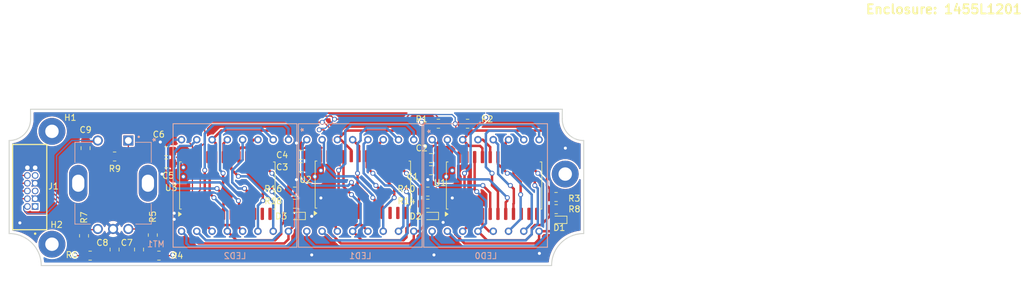
<source format=kicad_pcb>
(kicad_pcb (version 20240108) (generator "pcbnew") (generator_version "8.0")
  (layers (0 "F.Cu" signal) (1 "In1.Cu" signal) (2 "In2.Cu" signal) (31 "B.Cu" signal) (34 "B.Paste" user) (35 "F.Paste" user) (36 "B.SilkS" user "B.Silkscreen") (37 "F.SilkS" user "F.Silkscreen") (38 "B.Mask" user) (39 "F.Mask" user) (44 "Edge.Cuts" user))
  (net 0 "")
  (net 1 "+5VP")
  (net 2 "GND")
  (net 3 "Net-(D1-K)")
  (net 4 "LED0_AD")
  (net 5 "LED1_AD")
  (net 6 "ENC_A")
  (net 7 "Net-(LED1-ANODE_5)")
  (net 8 "ENC_B")
  (net 9 "Net-(MT1-PadA)")
  (net 10 "Net-(LED1-CATHODE_8)")
  (net 11 "Net-(D2-K)")
  (net 12 "Net-(LED1-ANODE_6)")
  (net 13 "Net-(LED1-ANODE_4)")
  (net 14 "Net-(LED1-CATHODE_3)")
  (net 15 "Net-(LED1-CATHODE_2)")
  (net 16 "Net-(LED1-ANODE_3)")
  (net 17 "Net-(LED1-CATHODE_5)")
  (net 18 "Net-(LED1-ANODE_8)")
  (net 19 "LED2_AD")
  (net 20 "Net-(LED1-ANODE_7)")
  (net 21 "Net-(LED1-CATHODE_4)")
  (net 22 "Net-(D3-K)")
  (net 23 "Net-(LED1-CATHODE_6)")
  (net 24 "I2C_LED_SCL")
  (net 25 "Net-(LED1-CATHODE_7)")
  (net 26 "I2C_LED_SDA")
  (net 27 "Net-(MT1-PadB)")
  (net 28 "LED0_A1")
  (net 29 "LED0_A0")
  (net 30 "Net-(LED2-ANODE_4)")
  (net 31 "Net-(LED2-ANODE_7)")
  (net 32 "Net-(LED2-CATHODE_8)")
  (net 33 "Net-(LED2-CATHODE_4)")
  (net 34 "Net-(LED2-CATHODE_7)")
  (net 35 "Net-(LED2-CATHODE_6)")
  (net 36 "Net-(LED2-CATHODE_3)")
  (net 37 "Net-(LED2-ANODE_8)")
  (net 38 "Net-(LED2-ANODE_5)")
  (net 39 "Net-(LED2-ANODE_3)")
  (net 40 "LED1_A1")
  (net 41 "Net-(LED2-CATHODE_5)")
  (net 42 "Net-(MT1-Pad1)")
  (net 43 "Net-(LED2-CATHODE_2)")
  (net 44 "Net-(LED2-ANODE_6)")
  (net 45 "LED1_A0")
  (net 46 "LED2_A0")
  (net 47 "LED2_A1")
  (net 48 "SWITCH_IN")
  (net 63 "Net-(LED0-CATHODE_2)")
  (net 64 "Net-(LED0-ANODE_6)")
  (net 65 "Net-(LED0-ANODE_4)")
  (net 66 "Net-(LED0-ANODE_3)")
  (net 67 "Net-(LED0-ANODE_8)")
  (net 68 "Net-(LED0-ANODE_5)")
  (net 69 "Net-(LED0-CATHODE_6)")
  (net 70 "Net-(LED0-CATHODE_7)")
  (net 71 "Net-(LED0-CATHODE_8)")
  (net 72 "Net-(LED0-ANODE_7)")
  (net 73 "Net-(LED0-CATHODE_3)")
  (net 74 "Net-(LED0-CATHODE_4)")
  (net 75 "Net-(LED0-CATHODE_5)")
  (footprint "Resistor_SMD:R_0805_2012Metric_Pad1.20x1.40mm_HandSolder" (layer "F.Cu") (at 42.74 101.23 -90)
    (property "Reference" "R7")
    (property "Value" "10k")
  )
  (footprint "Package_SO:SOP-24_7.5x15.4mm_P1.27mm" (layer "F.Cu") (at 66.19 92.98 90)
    (property "Reference" "U3")
    (property "Value" "~")
  )
  (footprint "Capacitor_SMD:C_0805_2012Metric_Pad1.18x1.45mm_HandSolder" (layer "F.Cu") (at 99.49 88.48 180)
    (property "Reference" "C2")
    (property "Value" "0.1u")
  )
  (footprint "Capacitor_SMD:C_0805_2012Metric_Pad1.18x1.45mm_HandSolder" (layer "F.Cu") (at 51.74 103.48 90)
    (property "Reference" "C7")
    (property "Value" "0.1u")
  )
  (footprint "Resistor_SMD:R_0805_2012Metric_Pad1.20x1.40mm_HandSolder" (layer "F.Cu") (at 119.99 96.86 180)
    (property "Reference" "R8")
    (property "Value" "10k")
  )
  (footprint "Resistor_SMD:R_0805_2012Metric_Pad1.20x1.40mm_HandSolder" (layer "F.Cu") (at 100.717157 82.86)
    (property "Reference" "R1")
    (property "Value" "10k")
  )
  (footprint "Diode_SMD:D_SOD-523" (layer "F.Cu") (at 120.49 98.61 180)
    (property "Reference" "D1")
    (property "Value" "1N4148W")
  )
  (footprint "Resistor_SMD:R_0805_2012Metric_Pad1.20x1.40mm_HandSolder" (layer "F.Cu") (at 98.99 93.98 180)
    (property "Reference" "R10")
    (property "Value" "10k")
  )
  (footprint "Capacitor_SMD:C_0805_2012Metric_Pad1.18x1.45mm_HandSolder" (layer "F.Cu") (at 78.19 89.98 180)
    (property "Reference" "C3")
    (property "Value" "10u")
  )
  (footprint "Package_SO:SOP-24_7.5x15.4mm_P1.27mm" (layer "F.Cu") (at 109.825 92.98 90)
    (property "Reference" "U1")
    (property "Value" "~")
  )
  (footprint "Resistor_SMD:R_0805_2012Metric_Pad1.20x1.40mm_HandSolder" (layer "F.Cu") (at 105.49 82.86 180)
    (property "Reference" "R2")
    (property "Value" "10k")
  )
  (footprint "Resistor_SMD:R_0805_2012Metric_Pad1.20x1.40mm_HandSolder" (layer "F.Cu") (at 119.967157 94.86 180)
    (property "Reference" "R3")
    (property "Value" "10k")
  )
  (footprint "Resistor_SMD:R_0805_2012Metric_Pad1.20x1.40mm_HandSolder" (layer "F.Cu") (at 43.74 104.48)
    (property "Reference" "R6")
    (property "Value" "10k")
  )
  (footprint "MountingHole:MountingHole_2.2mm_M2_Pad" (layer "F.Cu") (at 37.49 84.11)
    (property "Reference" "H1")
    (property "Value" "MountingHole")
  )
  (footprint "Diode_SMD:D_SOD-523" (layer "F.Cu") (at 77.69 97.98 180)
    (property "Reference" "D3")
    (property "Value" "1N4148W")
  )
  (footprint "Resistor_SMD:R_0805_2012Metric_Pad1.20x1.40mm_HandSolder" (layer "F.Cu") (at 77.19 93.98 180)
    (property "Reference" "R16")
    (property "Value" "10k")
  )
  (footprint "Diode_SMD:D_SOD-523" (layer "F.Cu") (at 99.49 97.98 180)
    (property "Reference" "D2")
    (property "Value" "1N4148W")
  )
  (footprint "Capacitor_SMD:C_0805_2012Metric_Pad1.18x1.45mm_HandSolder" (layer "F.Cu") (at 56.19 89.36 180)
    (property "Reference" "C5")
    (property "Value" "10u")
  )
  (footprint "Capacitor_SMD:C_0805_2012Metric_Pad1.18x1.45mm_HandSolder" (layer "F.Cu") (at 42.99 86.86 -90)
    (property "Reference" "C9")
    (property "Value" "0.1u")
  )
  (footprint "MountingHole:MountingHole_2.2mm_M2_Pad" (layer "F.Cu") (at 121.467157 91.11)
    (property "Reference" "H3" (hide yes))
    (property "Value" "MountingHole")
  )
  (footprint "Capacitor_SMD:C_0805_2012Metric_Pad1.18x1.45mm_HandSolder" (layer "F.Cu") (at 56.19 87.36 180)
    (property "Reference" "C6")
    (property "Value" "0.1u")
  )
  (footprint "Resistor_SMD:R_0805_2012Metric_Pad1.20x1.40mm_HandSolder" (layer "F.Cu") (at 47.74 88.23 180)
    (property "Reference" "R9")
    (property "Value" "0")
  )
  (footprint "Capacitor_SMD:C_0805_2012Metric_Pad1.18x1.45mm_HandSolder" (layer "F.Cu") (at 78.19 87.98 180)
    (property "Reference" "C4")
    (property "Value" "0.1u")
  )
  (footprint "Resistor_SMD:R_0805_2012Metric_Pad1.20x1.40mm_HandSolder" (layer "F.Cu") (at 54.99 104.48 180)
    (property "Reference" "R4")
    (property "Value" "10k")
  )
  (footprint "Resistor_SMD:R_0805_2012Metric_Pad1.20x1.40mm_HandSolder" (layer "F.Cu") (at 77.19 95.98 180)
    (property "Reference" "R18")
    (property "Value" "10k")
  )
  (footprint "Capacitor_SMD:C_0805_2012Metric_Pad1.18x1.45mm_HandSolder" (layer "F.Cu") (at 47.74 103.48 90)
    (property "Reference" "C8")
    (property "Value" "0.1u")
  )
  (footprint "Resistor_SMD:R_0805_2012Metric_Pad1.20x1.40mm_HandSolder" (layer "F.Cu") (at 53.99 101.11 -90)
    (property "Reference" "R5")
    (property "Value" "10k")
  )
  (footprint "1_User_Library:SAMTEC_SHF-106-01-L-D-TH" (layer "F.Cu") (at 34.105 93.245 90)
    (property "Reference" "J1")
    (property "Value" "SHF-106-01-L-D-TH")
  )
  (footprint "Resistor_SMD:R_0805_2012Metric_Pad1.20x1.40mm_HandSolder" (layer "F.Cu") (at 98.99 95.98 180)
    (property "Reference" "R14")
    (property "Value" "10k")
  )
  (footprint "Capacitor_SMD:C_0805_2012Metric_Pad1.18x1.45mm_HandSolder" (layer "F.Cu") (at 99.49 90.48 180)
    (property "Reference" "C1")
    (property "Value" "10u")
  )
  (footprint "MountingHole:MountingHole_2.2mm_M2_Pad" (layer "F.Cu") (at 37.49 102.61)
    (property "Reference" "H2")
    (property "Value" "MountingHole")
  )
  (footprint "Package_SO:SOP-24_7.5x15.4mm_P1.27mm" (layer "F.Cu") (at 88.365 92.83 90)
    (property "Reference" "U2")
    (property "Value" "~")
  )
  (footprint "1_User_Library:KWM-20882AUGB" (layer "B.Cu") (at 58.689999 85.48 -90)
    (property "Reference" "LED2")
    (property "Value" "KWM-R30881CBB")
  )
  (footprint "1_User_Library:KWM-20882AUGB" (layer "B.Cu") (at 99.689999 85.48 -90)
    (property "Reference" "LED0")
    (property "Value" "KWM-R30881CBB")
  )
  (footprint "1_User_Library:XDCR_PEC11R-4215F-S0024" (layer "B.Cu") (at 47.49 92.61 180)
    (property "Reference" "MT1")
    (property "Value" "PEC11R-4215F-S0024")
  )
  (footprint "1_User_Library:KWM-20882AUGB" (layer "B.Cu") (at 79.189999 85.48 -90)
    (property "Reference" "LED1")
    (property "Value" "KWM-R30881CBB")
  )
  (gr_line (start 33.99 80.48) (end 120.99 80.48) (stroke (width 0.16)) (layer "Edge.Cuts"))
  (gr_line (start 120.99 80.48) (end 120.99 82.0328) (stroke (width 0.16)) (layer "Edge.Cuts"))
  (gr_line (start 30.49 100.86) (end 30.49 85.61) (stroke (width 0.16)) (layer "Edge.Cuts"))
  (gr_line (start 33.99 82.0328) (end 33.99 80.48) (stroke (width 0.16)) (layer "Edge.Cuts"))
  (gr_arc (start 124.490145 85.611414) (mid 121.979605 84.565899) (end 120.99 82.0328) (stroke (width 0.16)) (layer "Edge.Cuts"))
  (gr_arc (start 33.989149 82.032819) (mid 32.992012 84.557433) (end 30.49 85.61) (stroke (width 0.16)) (layer "Edge.Cuts"))
  (gr_arc (start 30.49 100.86) (mid 34.202311 102.397689) (end 35.740001 106.11) (stroke (width 0.16)) (layer "Edge.Cuts"))
  (gr_arc (start 119.24 106.110001) (mid 120.777689 102.39769) (end 124.49 100.86) (stroke (width 0.16)) (layer "Edge.Cuts"))
  (gr_line (start 124.490145 85.611414) (end 124.489879 100.86) (stroke (width 0.16)) (layer "Edge.Cuts"))
  (gr_line (start 119.24 106.110001) (end 35.740001 106.11) (stroke (width 0.16)) (layer "Edge.Cuts"))
  (gr_text "Enclosure: 1455L1201" (at 170.5 64.98 0) (layer "F.SilkS") (effects (font (size 1.5 1.5) (thickness 0.3) (bold yes)) (justify left bottom)))
  (segment (start 41.36 104.48) (end 41.24 104.36) (width 0.2) (layer "F.Cu") (net 1))
  (segment (start 107.717157 82.86) (end 108.217157 82.36) (width 0.4) (layer "F.Cu") (net 1))
  (segment (start 42.74 104.48) (end 41.36 104.48) (width 0.2) (layer "F.Cu") (net 1))
  (segment (start 98.217157 82.86) (end 97.967157 82.61) (width 0.4) (layer "F.Cu") (net 1))
  (segment (start 55.99 104.48) (end 57.12 104.48) (width 0.2) (layer "F.Cu") (net 1))
  (segment (start 57.12 104.48) (end 57.24 104.36) (width 0.2) (layer "F.Cu") (net 1))
  (segment (start 108.467157 82.11) (end 108.467157 81.86) (width 0.4) (layer "F.Cu") (net 1))
  (segment (start 99.717157 82.86) (end 98.217157 82.86) (width 0.4) (layer "F.Cu") (net 1))
  (segment (start 106.49 82.86) (end 107.717157 82.86) (width 0.4) (layer "F.Cu") (net 1))
  (segment (start 108.217157 82.36) (end 108.467157 82.11) (width 0.4) (layer "F.Cu") (net 1))
  (via (at 57.24 104.36) (size 0.8) (drill 0.5) (layers "F.Cu" "B.Cu") (net 1))
  (via (at 102.99 90.525686) (size 0.8) (drill 0.5) (layers "F.Cu" "B.Cu") (net 1))
  (via (at 97.967157 82.61) (size 0.8) (drill 0.5) (layers "F.Cu" "B.Cu") (net 1))
  (via (at 108.467157 81.86) (size 0.8) (drill 0.5) (layers "F.Cu" "B.Cu") (net 1))
  (via (at 80.49 91.525686) (size 0.8) (drill 0.5) (layers "F.Cu" "B.Cu") (net 1))
  (via (at 58.99 90.025686) (size 0.8) (drill 0.5) (layers "F.Cu" "B.Cu") (net 1))
  (via (at 101.99 91.525686) (size 0.8) (drill 0.5) (layers "F.Cu" "B.Cu") (net 1))
  (via (at 81.49 90.525686) (size 0.8) (drill 0.5) (layers "F.Cu" "B.Cu") (net 1))
  (via (at 58.99 91.525686) (size 0.8) (drill 0.5) (layers "F.Cu" "B.Cu") (net 1))
  (via (at 41.24 104.36) (size 0.8) (drill 0.5) (layers "F.Cu" "B.Cu") (net 1))
  (via (at 121.49 86.86) (size 0.8) (drill 0.5) (layers "F.Cu" "B.Cu") (net 2))
  (via (at 102.99 95.025686) (size 0.8) (drill 0.5) (layers "F.Cu" "B.Cu") (net 2))
  (via (at 57.49 97.525686) (size 0.8) (drill 0.5) (layers "F.Cu" "B.Cu") (net 2))
  (via (at 79.99 104.36) (size 0.8) (drill 0.5) (layers "F.Cu" "B.Cu") (net 2))
  (via (at 98.49 86.525686) (size 0.8) (drill 0.5) (layers "F.Cu" "B.Cu") (net 2))
  (via (at 77.49 92.025686) (size 0.8) (drill 0.5) (layers "F.Cu" "B.Cu") (net 2))
  (via (at 32.24 99.11) (size 0.8) (drill 0.5) (layers "F.Cu" "B.Cu") (net 2))
  (via (at 77.49 86.025686) (size 0.8) (drill 0.5) (layers "F.Cu" "B.Cu") (net 2))
  (via (at 99.99 104.36) (size 0.8) (drill 0.5) (layers "F.Cu" "B.Cu") (net 2))
  (via (at 101.49 99.025686) (size 0.8) (drill 0.5) (layers "F.Cu" "B.Cu") (net 2))
  (via (at 55.217157 85.86) (size 0.8) (drill 0.5) (layers "F.Cu" "B.Cu") (net 2))
  (via (at 55.49 91.11) (size 0.8) (drill 0.5) (layers "F.Cu" "B.Cu") (net 2))
  (via (at 79.99 98.025686) (size 0.8) (drill 0.5) (layers "F.Cu" "B.Cu") (net 2))
  (via (at 81.49 95.025686) (size 0.8) (drill 0.5) (layers "F.Cu" "B.Cu") (net 2))
  (via (at 57.49 98.525686) (size 0.8) (drill 0.5) (layers "F.Cu" "B.Cu") (net 2))
  (via (at 98.99 92.025686) (size 0.8) (drill 0.5) (layers "F.Cu" "B.Cu") (net 2))
  (via (at 117.24 104.11) (size 0.8) (drill 0.5) (layers "F.Cu" "B.Cu") (net 2))
  (segment (start 120.967157 96.837157) (end 120.99 96.86) (width 0.4) (layer "F.Cu") (net 3))
  (segment (start 121.19 98.61) (end 121.19 97.06) (width 0.4) (layer "F.Cu") (net 3))
  (segment (start 121.19 97.06) (end 120.99 96.86) (width 0.4) (layer "F.Cu") (net 3))
  (segment (start 120.967157 94.86) (end 120.967157 96.837157) (width 0.4) (layer "F.Cu") (net 3))
  (segment (start 117.189997 101.780003) (end 117.189997 100.480001) (width 0.4) (layer "F.Cu") (net 4))
  (segment (start 103.49 99.48) (end 103.49 100.98) (width 0.4) (layer "F.Cu") (net 4))
  (segment (start 118.989999 100.480001) (end 117.189997 100.480001) (width 0.4) (layer "F.Cu") (net 4))
  (segment (start 103.49 100.98) (end 104.99 102.48) (width 0.4) (layer "F.Cu") (net 4))
  (segment (start 119.79 99.68) (end 119.79 98.61) (width 0.4) (layer "F.Cu") (net 4))
  (segment (start 104.99 102.48) (end 116.49 102.48) (width 0.4) (layer "F.Cu") (net 4))
  (segment (start 116.49 102.48) (end 117.189997 101.780003) (width 0.4) (layer "F.Cu") (net 4))
  (segment (start 104.11 98.86) (end 103.49 99.48) (width 0.4) (layer "F.Cu") (net 4))
  (segment (start 119.79 99.68) (end 118.989999 100.480001) (width 0.4) (layer "F.Cu") (net 4))
  (segment (start 104.11 97.63) (end 104.11 98.86) (width 0.4) (layer "F.Cu") (net 4))
  (segment (start 84.762208 102.48) (end 95.99 102.48) (width 0.4) (layer "F.Cu") (net 5))
  (segment (start 82.99 99.48) (end 82.99 100.707792) (width 0.4) (layer "F.Cu") (net 5))
  (segment (start 82.65 97.48) (end 82.65 99.14) (width 0.4) (layer "F.Cu") (net 5))
  (segment (start 96.689997 101.780003) (end 96.689997 100.480001) (width 0.4) (layer "F.Cu") (net 5))
  (segment (start 98.79 97.98) (end 98.79 99.18) (width 0.4) (layer "F.Cu") (net 5))
  (segment (start 97.489999 100.480001) (end 96.689997 100.480001) (width 0.4) (layer "F.Cu") (net 5))
  (segment (start 98.79 99.18) (end 97.489999 100.480001) (width 0.4) (layer "F.Cu") (net 5))
  (segment (start 95.99 102.48) (end 96.689997 101.780003) (width 0.4) (layer "F.Cu") (net 5))
  (segment (start 82.99 100.707792) (end 84.762208 102.48) (width 0.4) (layer "F.Cu") (net 5))
  (segment (start 82.65 99.14) (end 82.99 99.48) (width 0.4) (layer "F.Cu") (net 5))
  (segment (start 55.24 102.11) (end 53.99 102.11) (width 0.2) (layer "F.Cu") (net 6))
  (segment (start 31.99 95.61) (end 31.99 96.86) (width 0.2) (layer "F.Cu") (net 6))
  (segment (start 54.24 98.11) (end 55.49 99.36) (width 0.2) (layer "F.Cu") (net 6))
  (segment (start 32.48 95.15) (end 33.47 95.15) (width 0.2) (layer "F.Cu") (net 6))
  (segment (start 33.24 98.11) (end 54.24 98.11) (width 0.2) (layer "F.Cu") (net 6))
  (segment (start 55.49 99.36) (end 55.49 101.86) (width 0.2) (layer "F.Cu") (net 6))
  (segment (start 53.9525 104.5175) (end 53.99 104.48) (width 0.2) (layer "F.Cu") (net 6))
  (segment (start 32.465 95.135) (end 31.99 95.61) (width 0.2) (layer "F.Cu") (net 6))
  (segment (start 51.74 104.5175) (end 53.9525 104.5175) (width 0.2) (layer "F.Cu") (net 6))
  (segment (start 53.99 104.48) (end 53.99 102.11) (width 0.2) (layer "F.Cu") (net 6))
  (segment (start 31.99 96.86) (end 33.24 98.11) (width 0.2) (layer "F.Cu") (net 6))
  (segment (start 55.49 101.86) (end 55.24 102.11) (width 0.2) (layer "F.Cu") (net 6))
  (segment (start 32.465 95.135) (end 32.48 95.15) (width 0.2) (layer "F.Cu") (net 6))
  (segment (start 53.4525 104.5175) (end 53.49 104.48) (width 0.2) (layer "F.Cu") (net 6))
  (segment (start 90.27 88.18) (end 90.27 86.9) (width 0.4) (layer "F.Cu") (net 7))
  (segment (start 90.27 86.9) (end 91.69 85.48) (width 0.4) (layer "F.Cu") (net 7))
  (segment (start 47.7025 104.48) (end 47.74 104.5175) (width 0.2) (layer "F.Cu") (net 8))
  (segment (start 31.49 94.86) (end 32.485 93.865) (width 0.2) (layer "F.Cu") (net 8))
  (segment (start 42.74 102.23) (end 41.36 102.23) (width 0.2) (layer "F.Cu") (net 8))
  (segment (start 44.36 102.23) (end 42.74 102.23) (width 0.2) (layer "F.Cu") (net 8))
  (segment (start 32.5 93.88) (end 33.47 93.88) (width 0.2) (layer "F.Cu") (net 8))
  (segment (start 44.74 104.48) (end 44.74 102.61) (width 0.2) (layer "F.Cu") (net 8))
  (segment (start 37.74 98.61) (end 32.99 98.61) (width 0.2) (layer "F.Cu") (net 8))
  (segment (start 41.36 102.23) (end 37.74 98.61) (width 0.2) (layer "F.Cu") (net 8))
  (segment (start 31.49 97.11) (end 31.49 94.86) (width 0.2) (layer "F.Cu") (net 8))
  (segment (start 32.485 93.865) (end 32.5 93.88) (width 0.2) (layer "F.Cu") (net 8))
  (segment (start 44.74 104.48) (end 47.7025 104.48) (width 0.2) (layer "F.Cu") (net 8))
  (segment (start 32.99 98.61) (end 31.49 97.11) (width 0.2) (layer "F.Cu") (net 8))
  (segment (start 44.74 102.61) (end 44.36 102.23) (width 0.2) (layer "F.Cu") (net 8))
  (segment (start 49.99 100.11) (end 53.99 100.11) (width 0.2) (layer "F.Cu") (net 9))
  (segment (start 91.54 94.03) (end 90.49 92.98) (width 0.4) (layer "F.Cu") (net 10))
  (segment (start 91.54 97.48) (end 91.54 94.03) (width 0.4) (layer "F.Cu") (net 10))
  (via (at 90.49 92.98) (size 0.8) (drill 0.5) (layers "F.Cu" "B.Cu") (net 10))
  (segment (start 88.49 86.18) (end 89.19 85.48) (width 0.4) (layer "B.Cu") (net 10))
  (segment (start 90.49 92.98) (end 88.49 90.98) (width 0.4) (layer "B.Cu") (net 10))
  (segment (start 88.49 90.98) (end 88.49 86.18) (width 0.4) (layer "B.Cu") (net 10))
  (segment (start 100.19 96.18) (end 99.99 95.98) (width 0.4) (layer "F.Cu") (net 11))
  (segment (start 100.19 97.98) (end 100.19 96.18) (width 0.4) (layer "F.Cu") (net 11))
  (segment (start 99.99 95.98) (end 99.99 93.98) (width 0.4) (layer "F.Cu") (net 11))
  (segment (start 91.54 91.53) (end 93.49 93.48) (width 0.4) (layer "F.Cu") (net 12))
  (segment (start 93.49 93.48) (end 93.49 94.98) (width 0.4) (layer "F.Cu") (net 12))
  (segment (start 91.54 88.18) (end 91.54 91.53) (width 0.4) (layer "F.Cu") (net 12))
  (via (at 93.49 94.98) (size 0.8) (drill 0.5) (layers "F.Cu" "B.Cu") (net 12))
  (segment (start 93.49 94.98) (end 91.689997 96.780003) (width 0.4) (layer "B.Cu") (net 12))
  (segment (start 91.689997 96.780003) (end 91.689997 100.480001) (width 0.4) (layer "B.Cu") (net 12))
  (segment (start 89 88.18) (end 89 89.99) (width 0.4) (layer "F.Cu") (net 13))
  (segment (start 89 89.99) (end 89.99 90.98) (width 0.4) (layer "F.Cu") (net 13))
  (via (at 89.99 90.98) (size 0.8) (drill 0.5) (layers "F.Cu" "B.Cu") (net 13))
  (segment (start 92.99 92.98) (end 94.99 94.98) (width 0.4) (layer "B.Cu") (net 13))
  (segment (start 91.99 92.98) (end 92.99 92.98) (width 0.4) (layer "B.Cu") (net 13))
  (segment (start 89.99 90.98) (end 91.99 92.98) (width 0.4) (layer "B.Cu") (net 13))
  (segment (start 94.99 99.679998) (end 94.189997 100.480001) (width 0.4) (layer "B.Cu") (net 13))
  (segment (start 94.99 94.98) (end 94.99 99.679998) (width 0.4) (layer "B.Cu") (net 13))
  (segment (start 84.39 90.48) (end 84.39 93.88) (width 0.4) (layer "F.Cu") (net 14))
  (segment (start 84.39 93.88) (end 85.19 94.68) (width 0.4) (layer "F.Cu") (net 14))
  (segment (start 85.19 94.68) (end 85.19 97.48) (width 0.4) (layer "F.Cu") (net 14))
  (via (at 84.39 90.48) (size 0.8) (drill 0.5) (layers "F.Cu" "B.Cu") (net 14))
  (segment (start 85.49 83.98) (end 86.49 82.98) (width 0.4) (layer "B.Cu") (net 14))
  (segment (start 96.689997 84.179997) (end 96.689997 85.48) (width 0.4) (layer "B.Cu") (net 14))
  (segment (start 84.39 90.48) (end 85.49 89.38) (width 0.4) (layer "B.Cu") (net 14))
  (segment (start 86.49 82.98) (end 95.49 82.98) (width 0.4) (layer "B.Cu") (net 14))
  (segment (start 95.49 82.98) (end 96.689997 84.179997) (width 0.4) (layer "B.Cu") (net 14))
  (segment (start 85.49 89.38) (end 85.49 83.98) (width 0.4) (layer "B.Cu") (net 14))
  (segment (start 83.92 97.48) (end 83.92 100.210001) (width 0.4) (layer "F.Cu") (net 15))
  (segment (start 83.92 100.210001) (end 84.19 100.480001) (width 0.4) (layer "F.Cu") (net 15))
  (segment (start 87.73 88.18) (end 87.73 86.52) (width 0.4) (layer "F.Cu") (net 16))
  (segment (start 87.73 86.52) (end 86.69 85.48) (width 0.4) (layer "F.Cu") (net 16))
  (segment (start 86.49 92.72529) (end 86.49 92.48) (width 0.4) (layer "F.Cu") (net 17))
  (segment (start 87.73 93.96529) (end 86.49 92.72529) (width 0.4) (layer "F.Cu") (net 17))
  (segment (start 87.73 97.48) (end 87.73 93.96529) (width 0.4) (layer "F.Cu") (net 17))
  (via (at 86.49 92.48) (size 0.8) (drill 0.5) (layers "F.Cu" "B.Cu") (net 17))
  (segment (start 78.49 86.179999) (end 79.189999 85.48) (width 0.4) (layer "B.Cu") (net 17))
  (segment (start 86.49 92.48) (end 85.944314 93.025686) (width 0.4) (layer "B.Cu") (net 17))
  (segment (start 80.035686 93.025686) (end 78.49 91.48) (width 0.4) (layer "B.Cu") (net 17))
  (segment (start 85.944314 93.025686) (end 80.035686 93.025686) (width 0.4) (layer "B.Cu") (net 17))
  (segment (start 78.49 91.48) (end 78.49 86.179999) (width 0.4) (layer "B.Cu") (net 17))
  (segment (start 94.08 88.18) (end 94.08 89.57) (width 0.4) (layer "F.Cu") (net 18))
  (segment (start 94.08 89.57) (end 95.49 90.98) (width 0.4) (layer "F.Cu") (net 18))
  (via (at 95.49 90.98) (size 0.8) (drill 0.5) (layers "F.Cu" "B.Cu") (net 18))
  (segment (start 97.699597 93.189597) (end 97.699597 101.270403) (width 0.4) (layer "B.Cu") (net 18))
  (segment (start 95.49 90.98) (end 97.699597 93.189597) (width 0.4) (layer "B.Cu") (net 18))
  (segment (start 80.49 102.98) (end 79.189999 101.679999) (width 0.4) (layer "B.Cu") (net 18))
  (segment (start 97.699597 101.270403) (end 95.99 102.98) (width 0.4) (layer "B.Cu") (net 18))
  (segment (start 79.189999 101.679999) (end 79.189999 100.480001) (width 0.4) (layer "B.Cu") (net 18))
  (segment (start 95.99 102.98) (end 80.49 102.98) (width 0.4) (layer "B.Cu") (net 18))
  (segment (start 76.99 97.98) (end 76.99 99.679998) (width 0.4) (layer "F.Cu") (net 19))
  (segment (start 59.99 100.98) (end 61.49 102.48) (width 0.4) (layer "F.Cu") (net 19))
  (segment (start 59.99 99.48) (end 59.99 100.98) (width 0.4) (layer "F.Cu") (net 19))
  (segment (start 60.475 98.995) (end 59.99 99.48) (width 0.4) (layer "F.Cu") (net 19))
  (segment (start 60.475 97.63) (end 60.475 98.995) (width 0.4) (layer "F.Cu") (net 19))
  (segment (start 76.189997 101.780003) (end 76.189997 100.480001) (width 0.4) (layer "F.Cu") (net 19))
  (segment (start 61.49 102.48) (end 75.49 102.48) (width 0.4) (layer "F.Cu") (net 19))
  (segment (start 75.49 102.48) (end 76.189997 101.780003) (width 0.4) (layer "F.Cu") (net 19))
  (segment (start 76.99 99.679998) (end 76.189997 100.480001) (width 0.4) (layer "F.Cu") (net 19))
  (segment (start 95.49 92.98) (end 95.49 93.98) (width 0.4) (layer "F.Cu") (net 20))
  (segment (start 92.81 88.18) (end 92.81 90.3) (width 0.4) (layer "F.Cu") (net 20))
  (segment (start 92.81 90.3) (end 95.49 92.98) (width 0.4) (layer "F.Cu") (net 20))
  (via (at 95.49 93.98) (size 0.8) (drill 0.5) (layers "F.Cu" "B.Cu") (net 20))
  (segment (start 95.680397 100.789603) (end 94.49 101.98) (width 0.4) (layer "B.Cu") (net 20))
  (segment (start 94.49 101.98) (end 83.189998 101.98) (width 0.4) (layer "B.Cu") (net 20))
  (segment (start 83.189998 101.98) (end 81.689999 100.480001) (width 0.4) (layer "B.Cu") (net 20))
  (segment (start 95.680397 96.289603) (end 95.680397 100.789603) (width 0.4) (layer "B.Cu") (net 20))
  (segment (start 95.49 93.98) (end 95.99 94.48) (width 0.4) (layer "B.Cu") (net 20))
  (segment (start 95.99 94.48) (end 95.99 95.98) (width 0.4) (layer "B.Cu") (net 20))
  (segment (start 95.99 95.98) (end 95.680397 96.289603) (width 0.4) (layer "B.Cu") (net 20))
  (segment (start 86.99 99.48) (end 88.189999 99.48) (width 0.4) (layer "F.Cu") (net 21))
  (segment (start 86.46 98.95) (end 86.99 99.48) (width 0.4) (layer "F.Cu") (net 21))
  (segment (start 88.189999 99.48) (end 89.19 100.480001) (width 0.4) (layer "F.Cu") (net 21))
  (segment (start 86.46 97.48) (end 86.46 98.95) (width 0.4) (layer "F.Cu") (net 21))
  (segment (start 78.39 97.98) (end 78.39 96.18) (width 0.4) (layer "F.Cu") (net 22))
  (segment (start 78.39 96.18) (end 78.19 95.98) (width 0.4) (layer "F.Cu") (net 22))
  (segment (start 78.19 95.98) (end 78.19 93.98) (width 0.4) (layer "F.Cu") (net 22))
  (segment (start 87.49 92.98) (end 87.49 90.98) (width 0.4) (layer "F.Cu") (net 23))
  (segment (start 89 94.49) (end 87.49 92.98) (width 0.4) (layer "F.Cu") (net 23))
  (segment (start 89 97.48) (end 89 94.49) (width 0.4) (layer "F.Cu") (net 23))
  (via (at 87.49 90.98) (size 0.8) (drill 0.5) (layers "F.Cu" "B.Cu") (net 23))
  (segment (start 87.49 86.107791) (end 87.99 85.607791) (width 0.4) (layer "B.Cu") (net 23))
  (segment (start 88.9362 83.507) (end 92.217 83.507) (width 0.4) (layer "B.Cu") (net 23))
  (segment (start 92.217 83.507) (end 94.19 85.48) (width 0.4) (layer "B.Cu") (net 23))
  (segment (start 87.99 84.4532) (end 88.9362 83.507) (width 0.4) (layer "B.Cu") (net 23))
  (segment (start 87.99 85.607791) (end 87.99 84.4532) (width 0.4) (layer "B.Cu") (net 23))
  (segment (start 87.49 90.98) (end 87.49 86.107791) (width 0.4) (layer "B.Cu") (net 23))
  (segment (start 83.92 86.91) (end 83.92 88.18) (width 0.2) (layer "F.Cu") (net 24))
  (segment (start 59.49 95.98) (end 55.24 95.98) (width 0.2) (layer "F.Cu") (net 24))
  (segment (start 32.47 91.34) (end 33.47 91.34) (width 0.2) (layer "F.Cu") (net 24))
  (segment (start 103.467157 82.86) (end 104.49 82.86) (width 0.2) (layer "F.Cu") (net 24))
  (segment (start 81.967157 82.61) (end 83.2804 83.923243) (width 0.2) (layer "F.Cu") (net 24))
  (segment (start 62.49 85.98) (end 62.49 83.48) (width 0.2) (layer "F.Cu") (net 24))
  (segment (start 33.24 88.61) (end 32.24 89.61) (width 0.2) (layer "F.Cu") (net 24))
  (segment (start 61.745 88.33) (end 61.745 93.725) (width 0.2) (layer "F.Cu") (net 24))
  (segment (start 83.2804 83.923243) (end 83.2804 86.2704) (width 0.2) (layer "F.Cu") (net 24))
  (segment (start 81.717157 82.61) (end 81.967157 82.61) (width 0.2) (layer "F.Cu") (net 24))
  (segment (start 61.745 86.725) (end 62.49 85.98) (width 0.2) (layer "F.Cu") (net 24))
  (segment (start 63.36 82.61) (end 81.717157 82.61) (width 0.2) (layer "F.Cu") (net 24))
  (segment (start 54.24 96.98) (end 39.74 96.98) (width 0.2) (layer "F.Cu") (net 24))
  (segment (start 103.567 82.959843) (end 103.467157 82.86) (width 0.2) (layer "F.Cu") (net 24))
  (segment (start 39.74 96.98) (end 36.74 93.98) (width 0.2) (layer "F.Cu") (net 24))
  (segment (start 103.567 85.873028) (end 103.567 82.959843) (width 0.2) (layer "F.Cu") (net 24))
  (segment (start 59.49 95.98) (end 61.745 93.725) (width 0.2) (layer "F.Cu") (net 24))
  (segment (start 83.2804 86.2704) (end 83.92 86.91) (width 0.2) (layer "F.Cu") (net 24))
  (segment (start 55.24 95.98) (end 54.24 96.98) (width 0.2) (layer "F.Cu") (net 24))
  (segment (start 62.49 83.48) (end 63.36 82.61) (width 0.2) (layer "F.Cu") (net 24))
  (segment (start 32.24 91.11) (end 32.47 91.34) (width 0.2) (layer "F.Cu") (net 24))
  (segment (start 61.745 88.33) (end 61.745 86.725) (width 0.2) (layer "F.Cu") (net 24))
  (segment (start 32.24 89.61) (end 32.24 91.11) (width 0.2) (layer "F.Cu") (net 24))
  (segment (start 35.99 88.61) (end 33.24 88.61) (width 0.2) (layer "F.Cu") (net 24))
  (segment (start 36.74 89.36) (end 35.99 88.61) (width 0.2) (layer "F.Cu") (net 24))
  (segment (start 105.38 87.686028) (end 103.567 85.873028) (width 0.2) (layer "F.Cu") (net 24))
  (segment (start 36.74 93.98) (end 36.74 89.36) (width 0.2) (layer "F.Cu") (net 24))
  (segment (start 105.38 88.33) (end 105.38 87.686028) (width 0.2) (layer "F.Cu") (net 24))
  (via (at 103.467157 82.86) (size 0.8) (drill 0.5) (layers "F.Cu" "B.Cu") (net 24))
  (via (at 81.717157 82.61) (size 0.8) (drill 0.5) (layers "F.Cu" "B.Cu") (net 24))
  (segment (start 102.967157 81.36) (end 103.217157 81.61) (width 0.2) (layer "B.Cu") (net 24))
  (segment (start 83.717157 81.36) (end 102.967157 81.36) (width 0.2) (layer "B.Cu") (net 24))
  (segment (start 81.717157 82.61) (end 82.967157 81.36) (width 0.2) (layer "B.Cu") (net 24))
  (segment (start 103.467157 81.86) (end 103.467157 82.86) (width 0.2) (layer "B.Cu") (net 24))
  (segment (start 82.967157 81.36) (end 83.717157 81.36) (width 0.2) (layer "B.Cu") (net 24))
  (segment (start 103.217157 81.61) (end 103.467157 81.86) (width 0.2) (layer "B.Cu") (net 24))
  (segment (start 90.27 97.48) (end 90.27 95.26) (width 0.4) (layer "F.Cu") (net 25))
  (segment (start 90.27 95.26) (end 89.99 94.98) (width 0.4) (layer "F.Cu") (net 25))
  (via (at 89.99 94.98) (size 0.8) (drill 0.5) (layers "F.Cu" "B.Cu") (net 25))
  (segment (start 83.944314 91.48) (end 81.99 89.525686) (width 0.4) (layer "B.Cu") (net 25))
  (segment (start 89.99 94.611371) (end 86.858629 91.48) (width 0.4) (layer "B.Cu") (net 25))
  (segment (start 86.858629 91.48) (end 83.944314 91.48) (width 0.4) (layer "B.Cu") (net 25))
  (segment (start 81.99 89.525686) (end 81.99 85.780001) (width 0.4) (layer "B.Cu") (net 25))
  (segment (start 89.99 94.98) (end 89.99 94.611371) (width 0.4) (layer "B.Cu") (net 25))
  (segment (start 81.99 85.780001) (end 81.689999 85.48) (width 0.4) (layer "B.Cu") (net 25))
  (segment (start 39.99 96.48) (end 37.375 93.865) (width 0.2) (layer "F.Cu") (net 26))
  (segment (start 55.304314 95.045686) (end 53.87 96.48) (width 0.2) (layer "F.Cu") (net 26))
  (segment (start 37.375 88.745) (end 36.74 88.11) (width 0.2) (layer "F.Cu") (net 26))
  (segment (start 60.475 88.33) (end 60.475 86.495) (width 0.2) (layer "F.Cu") (net 26))
  (segment (start 60.49 86.48) (end 59.99 85.98) (width 0.2) (layer "F.Cu") (net 26))
  (segment (start 32.99 88.11) (end 31.74 89.36) (width 0.2) (layer "F.Cu") (net 26))
  (segment (start 100.217157 81.36) (end 101.717157 82.86) (width 0.2) (layer "F.Cu") (net 26))
  (segment (start 31.74 92.11) (end 32.24 92.61) (width 0.2) (layer "F.Cu") (net 26))
  (segment (start 81.967157 83.86) (end 81.217157 83.86) (width 0.2) (layer "F.Cu") (net 26))
  (segment (start 83.717157 82.11) (end 95.217157 82.11) (width 0.2) (layer "F.Cu") (net 26))
  (segment (start 95.217157 82.11) (end 95.967157 81.36) (width 0.2) (layer "F.Cu") (net 26))
  (segment (start 59.99 83.98) (end 61.86 82.11) (width 0.2) (layer "F.Cu") (net 26))
  (segment (start 61.86 82.11) (end 80.467157 82.11) (width 0.2) (layer "F.Cu") (net 26))
  (segment (start 82.65 88.18) (end 82.65 84.542843) (width 0.2) (layer "F.Cu") (net 26))
  (segment (start 59.424314 95.045686) (end 55.304314 95.045686) (width 0.2) (layer "F.Cu") (net 26))
  (segment (start 83.217157 81.61) (end 83.717157 82.11) (width 0.2) (layer "F.Cu") (net 26))
  (segment (start 60.475 93.995) (end 59.424314 95.045686) (width 0.2) (layer "F.Cu") (net 26))
  (segment (start 80.467157 82.11) (end 80.967157 81.61) (width 0.2) (layer "F.Cu") (net 26))
  (segment (start 80.967157 81.61) (end 83.217157 81.61) (width 0.2) (layer "F.Cu") (net 26))
  (segment (start 32.24 92.61) (end 33.47 92.61) (width 0.2) (layer "F.Cu") (net 26))
  (segment (start 60.475 88.33) (end 60.475 93.995) (width 0.2) (layer "F.Cu") (net 26))
  (segment (start 53.87 96.48) (end 39.99 96.48) (width 0.2) (layer "F.Cu") (net 26))
  (segment (start 37.375 93.865) (end 37.375 88.745) (width 0.2) (layer "F.Cu") (net 26))
  (segment (start 95.967157 81.36) (end 100.217157 81.36) (width 0.2) (layer "F.Cu") (net 26))
  (segment (start 60.475 86.495) (end 60.49 86.48) (width 0.2) (layer "F.Cu") (net 26))
  (segment (start 101.717157 82.86) (end 103.24 84.382843) (width 0.2) (layer "F.Cu") (net 26))
  (segment (start 104.11 87.124409) (end 103.24 86.254409) (width 0.2) (layer "F.Cu") (net 26))
  (segment (start 82.65 84.542843) (end 81.967157 83.86) (width 0.2) (layer "F.Cu") (net 26))
  (segment (start 36.74 88.11) (end 32.99 88.11) (width 0.2) (layer "F.Cu") (net 26))
  (segment (start 103.24 84.382843) (end 103.24 86.254409) (width 0.2) (layer "F.Cu") (net 26))
  (segment (start 31.74 89.36) (end 31.74 92.11) (width 0.2) (layer "F.Cu") (net 26))
  (segment (start 59.99 85.98) (end 59.99 83.98) (width 0.2) (layer "F.Cu") (net 26))
  (segment (start 104.11 88.33) (end 104.11 87.124409) (width 0.2) (layer "F.Cu") (net 26))
  (via (at 81.217157 83.86) (size 0.8) (drill 0.5) (layers "F.Cu" "B.Cu") (net 26))
  (via (at 83.717157 82.11) (size 0.8) (drill 0.5) (layers "F.Cu" "B.Cu") (net 26))
  (segment (start 81.467157 83.61) (end 82.217157 83.61) (width 0.2) (layer "B.Cu") (net 26))
  (segment (start 81.217157 83.86) (end 81.467157 83.61) (width 0.2) (layer "B.Cu") (net 26))
  (segment (start 82.217157 83.61) (end 83.717157 82.11) (width 0.2) (layer "B.Cu") (net 26))
  (segment (start 44.87 100.23) (end 44.99 100.11) (width 0.2) (layer "F.Cu") (net 27))
  (segment (start 42.74 100.23) (end 44.87 100.23) (width 0.2) (layer "F.Cu") (net 27))
  (segment (start 106.99 93.98) (end 106.65 93.64) (width 0.4) (layer "F.Cu") (net 28))
  (segment (start 115.99 100.98) (end 115.017 101.953) (width 0.4) (layer "F.Cu") (net 28))
  (segment (start 118.99 97.98) (end 118.99 96.86) (width 0.4) (layer "F.Cu") (net 28))
  (segment (start 118.99 97.98) (end 117.499599 99.470401) (width 0.4) (layer "F.Cu") (net 28))
  (segment (start 115.99 99.975686) (end 115.99 100.98) (width 0.4) (layer "F.Cu") (net 28))
  (segment (start 115.017 101.953) (end 108.662999 101.953) (width 0.4) (layer "F.Cu") (net 28))
  (segment (start 117.499599 99.470401) (end 116.495285 99.470401) (width 0.4) (layer "F.Cu") (net 28))
  (segment (start 106.65 93.64) (end 106.65 88.33) (width 0.4) (layer "F.Cu") (net 28))
  (segment (start 108.662999 101.953) (end 107.19 100.480001) (width 0.4) (layer "F.Cu") (net 28))
  (segment (start 116.495285 99.470401) (end 115.99 99.975686) (width 0.4) (layer "F.Cu") (net 28))
  (via (at 106.99 93.98) (size 0.8) (drill 0.5) (layers "F.Cu" "B.Cu") (net 28))
  (segment (start 106.99 93.98) (end 108.49 95.48) (width 0.4) (layer "B.Cu") (net 28))
  (segment (start 108.49 99.180001) (end 107.19 100.480001) (width 0.4) (layer "B.Cu") (net 28))
  (segment (start 108.49 95.48) (end 108.49 99.180001) (width 0.4) (layer "B.Cu") (net 28))
  (segment (start 107.92 86.873025) (end 107.536575 86.4896) (width 0.4) (layer "F.Cu") (net 29))
  (segment (start 118.967157 93.502843) (end 118.49 93.025686) (width 0.4) (layer "F.Cu") (net 29))
  (segment (start 107.536575 86.4896) (end 105.6996 86.4896) (width 0.4) (layer "F.Cu") (net 29))
  (segment (start 118.49 93.025686) (end 118.49 84.48) (width 0.4) (layer "F.Cu") (net 29))
  (segment (start 118.967157 94.86) (end 118.967157 93.502843) (width 0.4) (layer "F.Cu") (net 29))
  (segment (start 117.99 83.98) (end 106.19 83.98) (width 0.4) (layer "F.Cu") (net 29))
  (segment (start 106.19 83.98) (end 104.69 85.48) (width 0.4) (layer "F.Cu") (net 29))
  (segment (start 118.49 84.48) (end 117.99 83.98) (width 0.4) (layer "F.Cu") (net 29))
  (segment (start 105.6996 86.4896) (end 104.69 85.48) (width 0.4) (layer "F.Cu") (net 29))
  (segment (start 107.92 88.33) (end 107.92 86.873025) (width 0.4) (layer "F.Cu") (net 29))
  (segment (start 66.825 90.315) (end 67.99 91.48) (width 0.4) (layer "F.Cu") (net 30))
  (segment (start 66.825 88.33) (end 66.825 90.315) (width 0.4) (layer "F.Cu") (net 30))
  (via (at 67.99 91.48) (size 0.8) (drill 0.5) (layers "F.Cu" "B.Cu") (net 30))
  (segment (start 73.689997 95.679997) (end 73.689997 100.480001) (width 0.4) (layer "B.Cu") (net 30))
  (segment (start 69.49 91.48) (end 73.689997 95.679997) (width 0.4) (layer "B.Cu") (net 30))
  (segment (start 67.99 91.48) (end 69.49 91.48) (width 0.4) (layer "B.Cu") (net 30))
  (segment (start 73.49 93.98) (end 73.49 92.48) (width 0.4) (layer "F.Cu") (net 31))
  (segment (start 70.635 89.625) (end 70.635 88.33) (width 0.4) (layer "F.Cu") (net 31))
  (segment (start 73.49 92.48) (end 70.635 89.625) (width 0.4) (layer "F.Cu") (net 31))
  (via (at 73.49 93.98) (size 0.8) (drill 0.5) (layers "F.Cu" "B.Cu") (net 31))
  (segment (start 62.689998 101.98) (end 61.189999 100.480001) (width 0.4) (layer "B.Cu") (net 31))
  (segment (start 73.617789 101.98) (end 62.689998 101.98) (width 0.4) (layer "B.Cu") (net 31))
  (segment (start 74.99 95.48) (end 74.99 100.607789) (width 0.4) (layer "B.Cu") (net 31))
  (segment (start 74.99 100.607789) (end 73.617789 101.98) (width 0.4) (layer "B.Cu") (net 31))
  (segment (start 73.49 93.98) (end 74.99 95.48) (width 0.4) (layer "B.Cu") (net 31))
  (segment (start 69.365 97.63) (end 69.365 93.855) (width 0.4) (layer "F.Cu") (net 32))
  (segment (start 69.365 93.855) (end 68.99 93.48) (width 0.4) (layer "F.Cu") (net 32))
  (via (at 68.99 93.48) (size 0.8) (drill 0.5) (layers "F.Cu" "B.Cu") (net 32))
  (segment (start 68.69 88.78) (end 66.99 90.48) (width 0.4) (layer "B.Cu") (net 32))
  (segment (start 66.99 90.48) (end 66.99 92.48) (width 0.4) (layer "B.Cu") (net 32))
  (segment (start 67.99 93.48) (end 68.99 93.48) (width 0.4) (layer "B.Cu") (net 32))
  (segment (start 66.99 92.48) (end 67.99 93.48) (width 0.4) (layer "B.Cu") (net 32))
  (segment (start 68.69 85.48) (end 68.69 88.78) (width 0.4) (layer "B.Cu") (net 32))
  (segment (start 64.99 99.48) (end 65.49 99.48) (width 0.4) (layer "F.Cu") (net 33))
  (segment (start 65.49 99.48) (end 65.499599 99.470401) (width 0.4) (layer "F.Cu") (net 33))
  (segment (start 65.499599 99.470401) (end 67.6804 99.470401) (width 0.4) (layer "F.Cu") (net 33))
  (segment (start 67.6804 99.470401) (end 68.69 100.480001) (width 0.4) (layer "F.Cu") (net 33))
  (segment (start 64.285 98.775) (end 64.99 99.48) (width 0.4) (layer "F.Cu") (net 33))
  (segment (start 64.285 97.63) (end 64.285 98.775) (width 0.4) (layer "F.Cu") (net 33))
  (segment (start 68.095 97.63) (end 68.095 95.585) (width 0.4) (layer "F.Cu") (net 34))
  (segment (start 68.095 95.585) (end 67.99 95.48) (width 0.4) (layer "F.Cu") (net 34))
  (via (at 67.99 95.48) (size 0.8) (drill 0.5) (layers "F.Cu" "B.Cu") (net 34))
  (segment (start 67.99 95.48) (end 64.99 92.48) (width 0.4) (layer "B.Cu") (net 34))
  (segment (start 64.99 92.48) (end 57.99 92.48) (width 0.4) (layer "B.Cu") (net 34))
  (segment (start 57.49 87.48) (end 58.4804 86.4896) (width 0.4) (layer "B.Cu") (net 34))
  (segment (start 60.180399 86.4896) (end 61.189999 85.48) (width 0.4) (layer "B.Cu") (net 34))
  (segment (start 57.49 91.98) (end 57.49 87.48) (width 0.4) (layer "B.Cu") (net 34))
  (segment (start 57.99 92.48) (end 57.49 91.98) (width 0.4) (layer "B.Cu") (net 34))
  (segment (start 58.4804 86.4896) (end 60.180399 86.4896) (width 0.4) (layer "B.Cu") (net 34))
  (segment (start 65.49 93.48) (end 65.49 90.98) (width 0.4) (layer "F.Cu") (net 35))
  (segment (start 66.825 97.63) (end 66.825 94.815) (width 0.4) (layer "F.Cu") (net 35))
  (segment (start 66.825 94.815) (end 65.49 93.48) (width 0.4) (layer "F.Cu") (net 35))
  (via (at 65.49 90.98) (size 0.8) (drill 0.5) (layers "F.Cu" "B.Cu") (net 35))
  (segment (start 71.717 83.507) (end 73.69 85.48) (width 0.4) (layer "B.Cu") (net 35))
  (segment (start 64.99 84.48) (end 65.963 83.507) (width 0.4) (layer "B.Cu") (net 35))
  (segment (start 65.963 83.507) (end 71.717 83.507) (width 0.4) (layer "B.Cu") (net 35))
  (segment (start 64.99 90.48) (end 64.99 84.48) (width 0.4) (layer "B.Cu") (net 35))
  (segment (start 65.49 90.98) (end 64.99 90.48) (width 0.4) (layer "B.Cu") (net 35))
  (segment (start 62.49 94.98) (end 62.49 90.48) (width 0.4) (layer "F.Cu") (net 36))
  (segment (start 63.015 97.63) (end 63.015 95.505) (width 0.4) (layer "F.Cu") (net 36))
  (segment (start 63.015 95.505) (end 62.49 94.98) (width 0.4) (layer "F.Cu") (net 36))
  (via (at 62.49 90.48) (size 0.8) (drill 0.5) (layers "F.Cu" "B.Cu") (net 36))
  (segment (start 76.189997 83.679997) (end 76.189997 85.48) (width 0.4) (layer "B.Cu") (net 36))
  (segment (start 62.49 90.48) (end 62.49 84.48) (width 0.4) (layer "B.Cu") (net 36))
  (segment (start 75.49 82.98) (end 76.189997 83.679997) (width 0.4) (layer "B.Cu") (net 36))
  (segment (start 62.49 84.48) (end 63.99 82.98) (width 0.4) (layer "B.Cu") (net 36))
  (segment (start 63.99 82.98) (end 75.49 82.98) (width 0.4) (layer "B.Cu") (net 36))
  (segment (start 71.905 88.33) (end 71.905 89.395) (width 0.4) (layer "F.Cu") (net 37))
  (segment (start 71.905 89.395) (end 73.49 90.98) (width 0.4) (layer "F.Cu") (net 37))
  (via (at 73.49 90.98) (size 0.8) (drill 0.5) (layers "F.Cu" "B.Cu") (net 37))
  (segment (start 59.99 102.98) (end 59.49 102.48) (width 0.4) (layer "B.Cu") (net 37))
  (segment (start 77.49 101.48) (end 75.99 102.98) (width 0.4) (layer "B.Cu") (net 37))
  (segment (start 59.49 102.48) (end 59.49 101.280002) (width 0.4) (layer "B.Cu") (net 37))
  (segment (start 59.49 101.280002) (end 58.689999 100.480001) (width 0.4) (layer "B.Cu") (net 37))
  (segment (start 75.99 102.98) (end 59.99 102.98) (width 0.4) (layer "B.Cu") (net 37))
  (segment (start 73.49 90.98) (end 77.49 94.98) (width 0.4) (layer "B.Cu") (net 37))
  (segment (start 77.49 94.98) (end 77.49 101.48) (width 0.4) (layer "B.Cu") (net 37))
  (segment (start 68.095 87.085) (end 68.404314 86.775686) (width 0.4) (layer "F.Cu") (net 38))
  (segment (start 69.24 86.775686) (end 70.535686 85.48) (width 0.4) (layer "F.Cu") (net 38))
  (segment (start 68.404314 86.775686) (end 69.24 86.775686) (width 0.4) (layer "F.Cu") (net 38))
  (segment (start 68.095 88.33) (end 68.095 87.085) (width 0.4) (layer "F.Cu") (net 38))
  (segment (start 70.535686 85.48) (end 71.19 85.48) (width 0.4) (layer "F.Cu") (net 38))
  (segment (start 65.555 86.115) (end 66.19 85.48) (width 0.4) (layer "F.Cu") (net 39))
  (segment (start 65.555 88.33) (end 65.555 86.115) (width 0.4) (layer "F.Cu") (net 39))
  (segment (start 85.19 93.18) (end 86.49 94.48) (width 0.4) (layer "F.Cu") (net 40))
  (segment (start 95.49 101.48) (end 95.017 101.953) (width 0.4) (layer "F.Cu") (net 40))
  (segment (start 95.017 101.953) (end 88.162999 101.953) (width 0.4) (layer "F.Cu") (net 40))
  (segment (start 85.19 88.18) (end 85.19 93.18) (width 0.4) (layer "F.Cu") (net 40))
  (segment (start 88.162999 101.953) (end 86.69 100.480001) (width 0.4) (layer "F.Cu") (net 40))
  (segment (start 95.49 99.98) (end 95.49 101.48) (width 0.4) (layer "F.Cu") (net 40))
  (segment (start 97.99 97.48) (end 95.49 99.98) (width 0.4) (layer "F.Cu") (net 40))
  (segment (start 97.99 95.98) (end 97.99 97.48) (width 0.4) (layer "F.Cu") (net 40))
  (via (at 86.49 94.48) (size 0.8) (drill 0.5) (layers "F.Cu" "B.Cu") (net 40))
  (segment (start 86.69 100.480001) (end 87.99 99.180001) (width 0.4) (layer "B.Cu") (net 40))
  (segment (start 87.99 99.180001) (end 87.99 95.98) (width 0.4) (layer "B.Cu") (net 40))
  (segment (start 87.99 95.98) (end 86.49 94.48) (width 0.4) (layer "B.Cu") (net 40))
  (segment (start 65.555 94.545) (end 64.49 93.48) (width 0.4) (layer "F.Cu") (net 41))
  (segment (start 65.555 97.63) (end 65.555 94.545) (width 0.4) (layer "F.Cu") (net 41))
  (via (at 64.49 93.48) (size 0.8) (drill 0.5) (layers "F.Cu" "B.Cu") (net 41))
  (segment (start 64.49 93.48) (end 57.49 93.48) (width 0.4) (layer "B.Cu") (net 41))
  (segment (start 57.49 85.48) (end 58.689999 85.48) (width 0.4) (layer "B.Cu") (net 41))
  (segment (start 57.49 93.48) (end 56.49 92.48) (width 0.4) (layer "B.Cu") (net 41))
  (segment (start 56.49 92.48) (end 56.49 86.48) (width 0.4) (layer "B.Cu") (net 41))
  (segment (start 56.49 86.48) (end 57.49 85.48) (width 0.4) (layer "B.Cu") (net 41))
  (segment (start 49.99 85.61) (end 49.99 86.98) (width 0.2) (layer "F.Cu") (net 42))
  (segment (start 49.99 86.98) (end 48.74 88.23) (width 0.2) (layer "F.Cu") (net 42))
  (segment (start 62.49 99.48) (end 62.689999 99.48) (width 0.4) (layer "F.Cu") (net 43))
  (segment (start 61.745 97.63) (end 61.745 98.735) (width 0.4) (layer "F.Cu") (net 43))
  (segment (start 62.689999 99.48) (end 63.69 100.480001) (width 0.4) (layer "F.Cu") (net 43))
  (segment (start 61.745 98.735) (end 62.49 99.48) (width 0.4) (layer "F.Cu") (net 43))
  (segment (start 71.99 93.48) (end 71.99 95.48) (width 0.4) (layer "F.Cu") (net 44))
  (segment (start 69.365 88.33) (end 69.365 90.855) (width 0.4) (layer "F.Cu") (net 44))
  (segment (start 69.365 90.855) (end 71.99 93.48) (width 0.4) (layer "F.Cu") (net 44))
  (via (at 71.99 95.48) (size 0.8) (drill 0.5) (layers "F.Cu" "B.Cu") (net 44))
  (segment (start 71.189997 96.280003) (end 71.189997 100.480001) (width 0.4) (layer "B.Cu") (net 44))
  (segment (start 71.99 95.48) (end 71.189997 96.280003) (width 0.4) (layer "B.Cu") (net 44))
  (segment (start 96.99 87.48) (end 95.49 85.98) (width 0.4) (layer "F.Cu") (net 45))
  (segment (start 86.46 88.18) (end 86.46 87.180001) (width 0.4) (layer "F.Cu") (net 45))
  (segment (start 85.69 83.98) (end 84.19 85.48) (width 0.4) (layer "F.Cu") (net 45))
  (segment (start 97.99 92.48) (end 96.99 91.48) (width 0.4) (layer "F.Cu") (net 45))
  (segment (start 86.46 87.180001) (end 84.759999 85.48) (width 0.4) (layer "F.Cu") (net 45))
  (segment (start 94.117791 83.98) (end 85.69 83.98) (width 0.4) (layer "F.Cu") (net 45))
  (segment (start 95.49 85.352209) (end 94.117791 83.98) (width 0.4) (layer "F.Cu") (net 45))
  (segment (start 84.759999 85.48) (end 84.19 85.48) (width 0.4) (layer "F.Cu") (net 45))
  (segment (start 97.99 93.98) (end 97.99 92.48) (width 0.4) (layer "F.Cu") (net 45))
  (segment (start 95.49 85.98) (end 95.49 85.352209) (width 0.4) (layer "F.Cu") (net 45))
  (segment (start 96.99 91.48) (end 96.99 87.48) (width 0.4) (layer "F.Cu") (net 45))
  (segment (start 75.180397 91.170397) (end 75.180397 84.670397) (width 0.4) (layer "F.Cu") (net 46))
  (segment (start 64.285 88.33) (end 64.285 86.075) (width 0.4) (layer "F.Cu") (net 46))
  (segment (start 64.285 86.075) (end 63.69 85.48) (width 0.4) (layer "F.Cu") (net 46))
  (segment (start 65.19 83.98) (end 63.69 85.48) (width 0.4) (layer "F.Cu") (net 46))
  (segment (start 75.180397 84.670397) (end 74.49 83.98) (width 0.4) (layer "F.Cu") (net 46))
  (segment (start 76.19 93.98) (end 76.19 92.18) (width 0.4) (layer "F.Cu") (net 46))
  (segment (start 76.19 92.18) (end 75.180397 91.170397) (width 0.4) (layer "F.Cu") (net 46))
  (segment (start 74.49 83.98) (end 65.19 83.98) (width 0.4) (layer "F.Cu") (net 46))
  (segment (start 74.99 100.934708) (end 74.49 101.434708) (width 0.4) (layer "F.Cu") (net 47))
  (segment (start 75.49 97.48) (end 75.49 98.98) (width 0.4) (layer "F.Cu") (net 47))
  (segment (start 76.19 95.98) (end 76.19 96.78) (width 0.4) (layer "F.Cu") (net 47))
  (segment (start 63.29 88.605) (end 63.29 94.28) (width 0.4) (layer "F.Cu") (net 47))
  (segment (start 76.19 96.78) (end 75.49 97.48) (width 0.4) (layer "F.Cu") (net 47))
  (segment (start 74.49 101.434708) (end 74.49 101.48) (width 0.4) (layer "F.Cu") (net 47))
  (segment (start 74.017 101.953) (end 67.662999 101.953) (width 0.4) (layer "F.Cu") (net 47))
  (segment (start 63.29 94.28) (end 63.99 94.98) (width 0.4) (layer "F.Cu") (net 47))
  (segment (start 74.99 99.48) (end 74.99 100.934708) (width 0.4) (layer "F.Cu") (net 47))
  (segment (start 75.49 98.98) (end 74.99 99.48) (width 0.4) (layer "F.Cu") (net 47))
  (segment (start 67.662999 101.953) (end 66.19 100.480001) (width 0.4) (layer "F.Cu") (net 47))
  (segment (start 74.49 101.48) (end 74.017 101.953) (width 0.4) (layer "F.Cu") (net 47))
  (segment (start 63.015 88.33) (end 63.29 88.605) (width 0.4) (layer "F.Cu") (net 47))
  (via (at 63.99 94.98) (size 0.8) (drill 0.5) (layers "F.Cu" "B.Cu") (net 47))
  (segment (start 66.19 97.18) (end 66.19 100.480001) (width 0.4) (layer "B.Cu") (net 47))
  (segment (start 63.99 94.98) (end 66.19 97.18) (width 0.4) (layer "B.Cu") (net 47))
  (segment (start 44.7775 85.8225) (end 44.99 85.61) (width 0.2) (layer "F.Cu") (net 48))
  (segment (start 42.99 85.8225) (end 44.7775 85.8225) (width 0.2) (layer "F.Cu") (net 48))
  (segment (start 32.855 96.405) (end 33.455 96.405) (width 0.2) (layer "B.Cu") (net 48))
  (segment (start 44.99 85.61) (end 40.74 85.61) (width 0.2) (layer "B.Cu") (net 48))
  (segment (start 33.49 97.61) (end 32.855 96.975) (width 0.2) (layer "B.Cu") (net 48))
  (segment (start 38.24 88.11) (end 38.24 95.86) (width 0.2) (layer "B.Cu") (net 48))
  (segment (start 36.49 97.61) (end 33.49 97.61) (width 0.2) (layer "B.Cu") (net 48))
  (segment (start 38.24 95.86) (end 36.49 97.61) (width 0.2) (layer "B.Cu") (net 48))
  (segment (start 32.855 96.975) (end 32.855 96.405) (width 0.2) (layer "B.Cu") (net 48))
  (segment (start 40.74 85.61) (end 38.24 88.11) (width 0.2) (layer "B.Cu") (net 48))
  (segment (start 33.455 96.405) (end 33.47 96.42) (width 0.2) (layer "B.Cu") (net 48))
  (segment (start 105.38 97.63) (end 105.38 99.790001) (width 0.4) (layer "F.Cu") (net 63))
  (segment (start 105.38 99.790001) (end 104.69 100.480001) (width 0.4) (layer "F.Cu") (net 63))
  (segment (start 114.174314 94.48) (end 114.174314 92.401571) (width 0.4) (layer "F.Cu") (net 64))
  (segment (start 113 91.227257) (end 113 88.33) (width 0.4) (layer "F.Cu") (net 64))
  (segment (start 114.174314 92.401571) (end 113 91.227257) (width 0.4) (layer "F.Cu") (net 64))
  (via (at 114.174314 94.48) (size 0.8) (drill 0.5) (layers "F.Cu" "B.Cu") (net 64))
  (segment (start 114.174314 94.48) (end 114.174314 98.495684) (width 0.4) (layer "B.Cu") (net 64))
  (segment (start 114.174314 98.495684) (end 112.189997 100.480001) (width 0.4) (layer "B.Cu") (net 64))
  (segment (start 110.46 89.45) (end 110.46 88.33) (width 0.4) (layer "F.Cu") (net 65))
  (segment (start 111.99 90.98) (end 110.46 89.45) (width 0.4) (layer "F.Cu") (net 65))
  (via (at 111.99 90.98) (size 0.8) (drill 0.5) (layers "F.Cu" "B.Cu") (net 65))
  (segment (start 112.49 90.98) (end 115.99 94.48) (width 0.4) (layer "B.Cu") (net 65))
  (segment (start 111.99 90.98) (end 112.49 90.98) (width 0.4) (layer "B.Cu") (net 65))
  (segment (start 115.99 99.179998) (end 114.689997 100.480001) (width 0.4) (layer "B.Cu") (net 65))
  (segment (start 115.99 94.48) (end 115.99 99.179998) (width 0.4) (layer "B.Cu") (net 65))
  (segment (start 109.19 88.33) (end 109.19 86.68) (width 0.4) (layer "F.Cu") (net 66))
  (segment (start 109.19 86.68) (end 107.99 85.48) (width 0.4) (layer "F.Cu") (net 66))
  (segment (start 107.99 85.48) (end 107.19 85.48) (width 0.4) (layer "F.Cu") (net 66))
  (segment (start 116.99 90.98) (end 115.54 89.53) (width 0.4) (layer "F.Cu") (net 67))
  (segment (start 115.54 89.53) (end 115.54 88.33) (width 0.4) (layer "F.Cu") (net 67))
  (via (at 116.99 90.98) (size 0.8) (drill 0.5) (layers "F.Cu" "B.Cu") (net 67))
  (segment (start 99.689999 101.679999) (end 99.689999 100.480001) (width 0.4) (layer "B.Cu") (net 67))
  (segment (start 118.49 92.48) (end 118.49 100.98) (width 0.4) (layer "B.Cu") (net 67))
  (segment (start 100.99 102.98) (end 99.689999 101.679999) (width 0.4) (layer "B.Cu") (net 67))
  (segment (start 116.49 102.98) (end 100.99 102.98) (width 0.4) (layer "B.Cu") (net 67))
  (segment (start 116.99 90.98) (end 118.49 92.48) (width 0.4) (layer "B.Cu") (net 67))
  (segment (start 118.49 100.98) (end 116.49 102.98) (width 0.4) (layer "B.Cu") (net 67))
  (segment (start 111.73 88.33) (end 111.73 85.94) (width 0.4) (layer "F.Cu") (net 68))
  (segment (start 111.73 85.94) (end 112.19 85.48) (width 0.4) (layer "F.Cu") (net 68))
  (segment (start 110.46 93.95) (end 110.46 97.63) (width 0.4) (layer "F.Cu") (net 69))
  (segment (start 109.49 90.98) (end 109.49 92.98) (width 0.4) (layer "F.Cu") (net 69))
  (segment (start 109.49 92.98) (end 110.46 93.95) (width 0.4) (layer "F.Cu") (net 69))
  (via (at 109.49 90.98) (size 0.8) (drill 0.5) (layers "F.Cu" "B.Cu") (net 69))
  (segment (start 113.217 84.007) (end 114.69 85.48) (width 0.4) (layer "B.Cu") (net 69))
  (segment (start 108.963 84.007) (end 113.217 84.007) (width 0.4) (layer "B.Cu") (net 69))
  (segment (start 109.49 90.98) (end 108.49 89.98) (width 0.4) (layer "B.Cu") (net 69))
  (segment (start 108.49 84.48) (end 108.963 84.007) (width 0.4) (layer "B.Cu") (net 69))
  (segment (start 108.49 89.98) (end 108.49 84.48) (width 0.4) (layer "B.Cu") (net 69))
  (segment (start 111.73 95.74) (end 111.73 97.63) (width 0.4) (layer "F.Cu") (net 70))
  (segment (start 111.99 95.48) (end 111.73 95.74) (width 0.4) (layer "F.Cu") (net 70))
  (segment (start 111.99 94.98) (end 111.99 95.48) (width 0.4) (layer "F.Cu") (net 70))
  (via (at 111.99 94.98) (size 0.8) (drill 0.5) (layers "F.Cu" "B.Cu") (net 70))
  (segment (start 108.99 91.98) (end 104.401471 91.98) (width 0.4) (layer "B.Cu") (net 70))
  (segment (start 103.99 91.568529) (end 103.99 88.025686) (width 0.4) (layer "B.Cu") (net 70))
  (segment (start 111.99 94.98) (end 108.99 91.98) (width 0.4) (layer "B.Cu") (net 70))
  (segment (start 104.401471 91.98) (end 103.99 91.568529) (width 0.4) (layer "B.Cu") (net 70))
  (segment (start 102.189999 86.225685) (end 102.189999 85.48) (width 0.4) (layer "B.Cu") (net 70))
  (segment (start 103.99 88.025686) (end 102.189999 86.225685) (width 0.4) (layer "B.Cu") (net 70))
  (segment (start 113.055686 95.914314) (end 113 95.97) (width 0.4) (layer "F.Cu") (net 71))
  (segment (start 112.49 92.98) (end 113.055686 93.545686) (width 0.4) (layer "F.Cu") (net 71))
  (segment (start 113.055686 93.545686) (end 113.055686 95.914314) (width 0.4) (layer "F.Cu") (net 71))
  (segment (start 113 95.97) (end 113 97.63) (width 0.4) (layer "F.Cu") (net 71))
  (via (at 112.49 92.98) (size 0.8) (drill 0.5) (layers "F.Cu" "B.Cu") (net 71))
  (segment (start 112.49 92.98) (end 112.358629 92.98) (width 0.4) (layer "B.Cu") (net 71))
  (segment (start 112.358629 92.98) (end 110.49 91.111371) (width 0.4) (layer "B.Cu") (net 71))
  (segment (start 110.49 91.111371) (end 110.49 86.28) (width 0.4) (layer "B.Cu") (net 71))
  (segment (start 110.49 86.28) (end 109.69 85.48) (width 0.4) (layer "B.Cu") (net 71))
  (segment (start 114.27 89.76) (end 114.27 88.33) (width 0.4) (layer "F.Cu") (net 72))
  (segment (start 116.49 92.98) (end 116.49 91.98) (width 0.4) (layer "F.Cu") (net 72))
  (segment (start 116.49 91.98) (end 114.27 89.76) (width 0.4) (layer "F.Cu") (net 72))
  (via (at 116.49 92.98) (size 0.8) (drill 0.5) (layers "F.Cu" "B.Cu") (net 72))
  (segment (start 115.99 100.252207) (end 115.99 100.98) (width 0.4) (layer "B.Cu") (net 72))
  (segment (start 114.99 101.98) (end 103.689998 101.98) (width 0.4) (layer "B.Cu") (net 72))
  (segment (start 116.49 92.98) (end 116.99 93.48) (width 0.4) (layer "B.Cu") (net 72))
  (segment (start 115.99 100.98) (end 114.99 101.98) (width 0.4) (layer "B.Cu") (net 72))
  (segment (start 116.99 99.252207) (end 115.99 100.252207) (width 0.4) (layer "B.Cu") (net 72))
  (segment (start 103.689998 101.98) (end 102.189999 100.480001) (width 0.4) (layer "B.Cu") (net 72))
  (segment (start 116.99 93.48) (end 116.99 99.252207) (width 0.4) (layer "B.Cu") (net 72))
  (segment (start 104.99 90.98) (end 104.99 94.48) (width 0.4) (layer "F.Cu") (net 73))
  (segment (start 104.99 94.48) (end 106.65 96.14) (width 0.4) (layer "F.Cu") (net 73))
  (segment (start 106.65 96.14) (end 106.65 97.63) (width 0.4) (layer "F.Cu") (net 73))
  (via (at 104.99 90.98) (size 0.8) (drill 0.5) (layers "F.Cu" "B.Cu") (net 73))
  (segment (start 117.189997 84.179997) (end 117.189997 85.48) (width 0.4) (layer "B.Cu") (net 73))
  (segment (start 115.99 82.98) (end 117.189997 84.179997) (width 0.4) (layer "B.Cu") (net 73))
  (segment (start 104.99 90.98) (end 105.99 89.98) (width 0.4) (layer "B.Cu") (net 73))
  (segment (start 107.597157 82.98) (end 115.99 82.98) (width 0.4) (layer "B.Cu") (net 73))
  (segment (start 105.99 84.587157) (end 107.597157 82.98) (width 0.4) (layer "B.Cu") (net 73))
  (segment (start 105.99 89.98) (end 105.99 84.587157) (width 0.4) (layer "B.Cu") (net 73))
  (segment (start 108.990001 100.480001) (end 109.69 100.480001) (width 0.4) (layer "F.Cu") (net 74))
  (segment (start 107.92 97.63) (end 107.92 99.41) (width 0.4) (layer "F.Cu") (net 74))
  (segment (start 107.92 99.41) (end 108.990001 100.480001) (width 0.4) (layer "F.Cu") (net 74))
  (segment (start 107.99 92.98) (end 109.19 94.18) (width 0.4) (layer "F.Cu") (net 75))
  (segment (start 109.19 94.18) (end 109.19 97.63) (width 0.4) (layer "F.Cu") (net 75))
  (via (at 107.99 92.98) (size 0.8) (drill 0.5) (layers "F.Cu" "B.Cu") (net 75))
  (segment (start 100.49 92.98) (end 100.24 92.73) (width 0.4) (layer "B.Cu") (net 75))
  (segment (start 107.99 92.98) (end 100.49 92.98) (width 0.4) (layer "B.Cu") (net 75))
  (segment (start 100.24 86.030001) (end 99.689999 85.48) (width 0.4) (layer "B.Cu") (net 75))
  (segment (start 100.24 92.73) (end 100.24 86.030001) (width 0.4) (layer "B.Cu") (net 75))
  (zone (net 1) (net_name "+5VP") (layer "F.Cu") (priority 1) (connect_pads (clearance 0.25)) (min_thickness 0.25) (fill yes (thermal_gap 0.25) (thermal_bridge_width 0.5))
    (polygon (pts (xy 59.99 86.98) (xy 59.49 86.48) (xy 56.99 86.48) (xy 56.49 86.98) (xy 56.49 91.98) (xy 56.99 92.48) (xy 59.49 92.48) (xy 59.99 91.98)))
  )
  (zone (net 1) (net_name "+5VP") (layer "F.Cu") (priority 1) (connect_pads (clearance 0.25)) (min_thickness 0.25) (fill yes (thermal_gap 0.25) (thermal_bridge_width 0.5))
    (polygon (pts (xy 103.49 86.98) (xy 102.99 86.48) (xy 100.49 86.48) (xy 99.99 86.98) (xy 99.99 91.98) (xy 100.49 92.48) (xy 102.99 92.48) (xy 103.49 91.98)))
  )
  (zone (net 1) (net_name "+5VP") (layer "F.Cu") (priority 1) (connect_pads (clearance 0.25)) (min_thickness 0.25) (fill yes (thermal_gap 0.25) (thermal_bridge_width 0.5))
    (polygon (pts (xy 81.99 86.98) (xy 81.49 86.48) (xy 78.99 86.48) (xy 78.49 86.98) (xy 78.49 91.98) (xy 78.99 92.48) (xy 81.49 92.48) (xy 81.99 91.98)))
  )
  (zone (net 2) (net_name "GND") (layers "F.Cu" "In1.Cu" "B.Cu") (connect_pads (clearance 0.25)) (min_thickness 0.25) (fill yes (thermal_gap 0.5) (thermal_bridge_width 0.5))
    (polygon (pts (xy 28.99 78.61) (xy 126.49 78.61) (xy 126.49 108.61) (xy 28.99 108.61)))
  )
)
</source>
